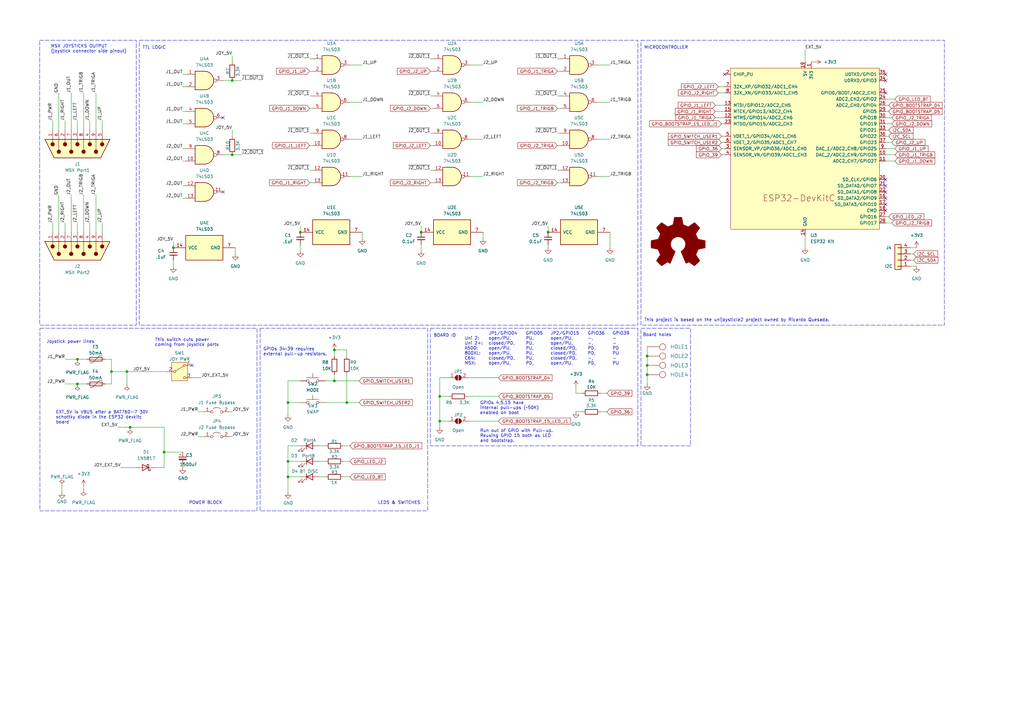
<source format=kicad_sch>
(kicad_sch (version 20230121) (generator eeschema)
  (paper "A3")
  (title_block (title "msx-joyblue: A Bluetooth controller adapter for MSX") (date "2024-02-23") (rev "v1 Build2b") (company "Albert Herranz"))
  (lib_symbols
    (symbol "74xx:74LS03" (pin_names (offset 1.016))
      (property "Reference" "U" (at 0 1.27 0))
      (property "Value" "74LS03" (at 0 -1.27 0))
      (symbol "74LS03_1_1"
        (pin input line (at -7.62 2.54 0) (length 3.81) (name "~") (number "1"))
        (pin input line (at -7.62 -2.54 0) (length 3.81) (name "~") (number "2"))
        (pin open_collector inverted (at 7.62 0 180) (length 3.81) (name "~") (number "3"))
      )
      (symbol "74LS03_1_2"
        (pin input inverted (at -7.62 2.54 0) (length 4.318) (name "~") (number "1"))
        (pin input inverted (at -7.62 -2.54 0) (length 4.318) (name "~") (number "2"))
        (pin open_collector line (at 7.62 0 180) (length 3.81) (name "~") (number "3"))
      )
      (symbol "74LS03_2_1"
        (pin input line (at -7.62 2.54 0) (length 3.81) (name "~") (number "4"))
        (pin input line (at -7.62 -2.54 0) (length 3.81) (name "~") (number "5"))
        (pin open_collector inverted (at 7.62 0 180) (length 3.81) (name "~") (number "6"))
      )
      (symbol "74LS03_2_2"
        (pin input inverted (at -7.62 2.54 0) (length 4.318) (name "~") (number "4"))
        (pin input inverted (at -7.62 -2.54 0) (length 4.318) (name "~") (number "5"))
        (pin open_collector line (at 7.62 0 180) (length 3.81) (name "~") (number "6"))
      )
      (symbol "74LS03_3_1"
        (pin input line (at -7.62 -2.54 0) (length 3.81) (name "~") (number "10"))
        (pin open_collector inverted (at 7.62 0 180) (length 3.81) (name "~") (number "8"))
        (pin input line (at -7.62 2.54 0) (length 3.81) (name "~") (number "9"))
      )
      (symbol "74LS03_3_2"
        (pin input inverted (at -7.62 -2.54 0) (length 4.318) (name "~") (number "10"))
        (pin open_collector line (at 7.62 0 180) (length 3.81) (name "~") (number "8"))
        (pin input inverted (at -7.62 2.54 0) (length 4.318) (name "~") (number "9"))
      )
      (symbol "74LS03_4_1"
        (pin open_collector inverted (at 7.62 0 180) (length 3.81) (name "~") (number "11"))
        (pin input line (at -7.62 2.54 0) (length 3.81) (name "~") (number "12"))
        (pin input line (at -7.62 -2.54 0) (length 3.81) (name "~") (number "13"))
      )
      (symbol "74LS03_4_2"
        (pin open_collector line (at 7.62 0 180) (length 3.81) (name "~") (number "11"))
        (pin input inverted (at -7.62 2.54 0) (length 4.318) (name "~") (number "12"))
        (pin input inverted (at -7.62 -2.54 0) (length 4.318) (name "~") (number "13"))
      )
      (symbol "74LS03_5_0"
        (pin power_in line (at 0 12.7 270) (length 5.08) (name "VCC") (number "14"))
        (pin power_in line (at 0 -12.7 90) (length 5.08) (name "GND") (number "7"))
      )
    )
    (symbol "Connector:DE9_Plug" (pin_names (offset 1.016) hide)
      (property "Reference" "J" (at 0 13.97 0))
      (property "Value" "DE9_Plug" (at 0 -14.605 0))
      (symbol "DE9_Plug_1_1"
        (pin passive line (at -7.62 -10.16 0) (length 3.81) (name "1") (number "1"))
        (pin passive line (at -7.62 -5.08 0) (length 3.81) (name "2") (number "2"))
        (pin passive line (at -7.62 0 0) (length 3.81) (name "3") (number "3"))
        (pin passive line (at -7.62 5.08 0) (length 3.81) (name "4") (number "4"))
        (pin passive line (at -7.62 10.16 0) (length 3.81) (name "5") (number "5"))
        (pin passive line (at -7.62 -7.62 0) (length 3.81) (name "6") (number "6"))
        (pin passive line (at -7.62 -2.54 0) (length 3.81) (name "7") (number "7"))
        (pin passive line (at -7.62 2.54 0) (length 3.81) (name "8") (number "8"))
        (pin passive line (at -7.62 7.62 0) (length 3.81) (name "9") (number "9"))
      )
    )
    (symbol "Connector_Generic:Conn_01x04" (pin_names (offset 1.016) hide)
      (property "Reference" "J" (at 0 5.08 0))
      (property "Value" "Conn_01x04" (at 0 -7.62 0))
      (symbol "Conn_01x04_1_1"
        (pin passive line (at -5.08 2.54 0) (length 3.81) (name "Pin_1") (number "1"))
        (pin passive line (at -5.08 0 0) (length 3.81) (name "Pin_2") (number "2"))
        (pin passive line (at -5.08 -2.54 0) (length 3.81) (name "Pin_3") (number "3"))
        (pin passive line (at -5.08 -5.08 0) (length 3.81) (name "Pin_4") (number "4"))
      )
    )
    (symbol "Device:C_Polarized_Small" (pin_numbers hide) (pin_names (offset 0.254) hide)
      (property "Reference" "C" (at 0.254 1.778 0))
      (property "Value" "C_Polarized_Small" (at 0.254 -2.032 0))
      (symbol "C_Polarized_Small_1_1"
        (pin passive line (at 0 2.54 270) (length 1.8542) (name "~") (number "1"))
        (pin passive line (at 0 -2.54 90) (length 1.8542) (name "~") (number "2"))
      )
    )
    (symbol "Device:C_Small" (pin_numbers hide) (pin_names (offset 0.254) hide)
      (property "Reference" "C" (at 0.254 1.778 0))
      (property "Value" "C_Small" (at 0.254 -2.032 0))
      (symbol "C_Small_1_1"
        (pin passive line (at 0 2.54 270) (length 2.032) (name "~") (number "1"))
        (pin passive line (at 0 -2.54 90) (length 2.032) (name "~") (number "2"))
      )
    )
    (symbol "Device:LED" (pin_numbers hide) (pin_names (offset 1.016) hide)
      (property "Reference" "D" (at 0 2.54 0))
      (property "Value" "LED" (at 0 -2.54 0))
      (symbol "LED_1_1"
        (pin passive line (at -3.81 0 0) (length 2.54) (name "K") (number "1"))
        (pin passive line (at 3.81 0 180) (length 2.54) (name "A") (number "2"))
      )
    )
    (symbol "Device:Polyfuse" (pin_numbers hide) (pin_names (offset 0))
      (property "Reference" "F" (at -2.54 0 90))
      (property "Value" "Polyfuse" (at 2.54 0 90))
      (symbol "Polyfuse_1_1"
        (pin passive line (at 0 3.81 270) (length 1.27) (name "~") (number "1"))
        (pin passive line (at 0 -3.81 90) (length 1.27) (name "~") (number "2"))
      )
    )
    (symbol "Device:R" (pin_numbers hide) (pin_names (offset 0))
      (property "Reference" "R" (at 2.032 0 90))
      (property "Value" "R" (at 0 0 90))
      (symbol "R_1_1"
        (pin passive line (at 0 3.81 270) (length 1.27) (name "~") (number "1"))
        (pin passive line (at 0 -3.81 90) (length 1.27) (name "~") (number "2"))
      )
    )
    (symbol "Diode:1N5817" (pin_numbers hide) (pin_names (offset 1.016) hide)
      (property "Reference" "D" (at 0 2.54 0))
      (property "Value" "1N5817" (at 0 -2.54 0))
      (symbol "1N5817_1_1"
        (pin passive line (at -3.81 0 0) (length 2.54) (name "K") (number "1"))
        (pin passive line (at 3.81 0 180) (length 2.54) (name "A") (number "2"))
      )
    )
    (symbol "Espressif:ESP32-DevKitC" (pin_names (offset 1.016))
      (property "Reference" "U" (at -30.48 38.1 0))
      (property "Value" "ESP32-DevKitC" (at -30.48 35.56 0))
      (symbol "ESP32-DevKitC_0_0"
        (text "ESP32-DevKitC" (at -2.54 -20.32 0) (effects (font (size 2.54 2.54))))
        (pin power_in line (at 0 -35.56 90) (length 2.54) (name "GND") (number "14"))
        (pin power_in line (at 0 35.56 270) (length 2.54) (name "5V") (number "19"))
      )
      (symbol "ESP32-DevKitC_1_1"
        (pin power_in line (at 2.54 35.56 270) (length 2.54) (name "3V3") (number "1"))
        (pin bidirectional line (at 33.02 -2.54 180) (length 2.54) (name "DAC_2/ADC2_CH9/GPIO26") (number "10"))
        (pin bidirectional line (at 33.02 -5.08 180) (length 2.54) (name "ADC2_CH7/GPIO27") (number "11"))
        (pin bidirectional line (at -33.02 12.7 0) (length 2.54) (name "MTMS/GPIO14/ADC2_CH6") (number "12"))
        (pin bidirectional line (at -33.02 17.78 0) (length 2.54) (name "MTDI/GPIO12/ADC2_CH5") (number "13"))
        (pin bidirectional line (at -33.02 15.24 0) (length 2.54) (name "MTCK/GPIO13/ADC2_CH4") (number "15"))
        (pin bidirectional line (at 33.02 -20.32 180) (length 2.54) (name "SD_DATA2/GPIO9") (number "16"))
        (pin bidirectional line (at 33.02 -22.86 180) (length 2.54) (name "SD_DATA3/GPIO10") (number "17"))
        (pin bidirectional line (at 33.02 -25.4 180) (length 2.54) (name "CMD") (number "18"))
        (pin input line (at -33.02 30.48 0) (length 2.54) (name "CHIP_PU") (number "2"))
        (pin bidirectional line (at 33.02 -12.7 180) (length 2.54) (name "SD_CLK/GPIO6") (number "20"))
        (pin bidirectional line (at 33.02 -15.24 180) (length 2.54) (name "SD_DATA0/GPIO7") (number "21"))
        (pin bidirectional line (at 33.02 -17.78 180) (length 2.54) (name "SD_DATA1/GPIO8") (number "22"))
        (pin bidirectional line (at -33.02 10.16 0) (length 2.54) (name "MTDO/GPIO15/ADC2_CH3") (number "23"))
        (pin bidirectional line (at 33.02 20.32 180) (length 2.54) (name "ADC2_CH2/GPIO2") (number "24"))
        (pin bidirectional line (at 33.02 22.86 180) (length 2.54) (name "GPIO0/BOOT/ADC2_CH1") (number "25"))
        (pin bidirectional line (at 33.02 17.78 180) (length 2.54) (name "ADC2_CH0/GPIO4") (number "26"))
        (pin bidirectional line (at 33.02 -27.94 180) (length 2.54) (name "GPIO16") (number "27"))
        (pin bidirectional line (at 33.02 -30.48 180) (length 2.54) (name "GPIO17") (number "28"))
        (pin bidirectional line (at 33.02 15.24 180) (length 2.54) (name "GPIO5") (number "29"))
        (pin input line (at -33.02 0 0) (length 2.54) (name "SENSOR_VP/GPIO36/ADC1_CH0") (number "3"))
        (pin bidirectional line (at 33.02 12.7 180) (length 2.54) (name "GPIO18") (number "30"))
        (pin bidirectional line (at 33.02 10.16 180) (length 2.54) (name "GPIO19") (number "31"))
        (pin passive line (at 0 -35.56 90) (length 2.54) hide (name "GND") (number "32"))
        (pin bidirectional line (at 33.02 7.62 180) (length 2.54) (name "GPIO21") (number "33"))
        (pin bidirectional line (at 33.02 27.94 180) (length 2.54) (name "U0RXD/GPIO3") (number "34"))
        (pin bidirectional line (at 33.02 30.48 180) (length 2.54) (name "U0TXD/GPIO1") (number "35"))
        (pin bidirectional line (at 33.02 5.08 180) (length 2.54) (name "GPIO22") (number "36"))
        (pin bidirectional line (at 33.02 2.54 180) (length 2.54) (name "GPIO23") (number "37"))
        (pin passive line (at 0 -35.56 90) (length 2.54) hide (name "GND") (number "38"))
        (pin input line (at -33.02 -2.54 0) (length 2.54) (name "SENSOR_VN/GPIO39/ADC1_CH3") (number "4"))
        (pin input line (at -33.02 5.08 0) (length 2.54) (name "VDET_1/GPIO34/ADC1_CH6") (number "5"))
        (pin input line (at -33.02 2.54 0) (length 2.54) (name "VDET_2/GPIO35/ADC1_CH7") (number "6"))
        (pin bidirectional line (at -33.02 25.4 0) (length 2.54) (name "32K_XP/GPIO32/ADC1_CH4") (number "7"))
        (pin bidirectional line (at -33.02 22.86 0) (length 2.54) (name "32K_XN/GPIO33/ADC1_CH5") (number "8"))
        (pin bidirectional line (at 33.02 0 180) (length 2.54) (name "DAC_1/ADC2_CH8/GPIO25") (number "9"))
      )
    )
    (symbol "Graphic:Logo_Open_Hardware_Large" (in_bom no) (on_board no))
    (symbol "Jumper:Jumper_2_Open" (pin_names (offset 0) hide)
      (property "Reference" "JP" (at 0 2.794 0))
      (property "Value" "Jumper_2_Open" (at 0 -2.286 0))
      (symbol "Jumper_2_Open_1_1"
        (pin passive line (at -5.08 0 0) (length 2.54) (name "A") (number "1"))
        (pin passive line (at 5.08 0 180) (length 2.54) (name "B") (number "2"))
      )
    )
    (symbol "Jumper:SolderJumper_2_Open" (pin_names (offset 0) hide)
      (property "Reference" "JP" (at 0 2.032 0))
      (property "Value" "SolderJumper_2_Open" (at 0 -2.54 0))
      (symbol "SolderJumper_2_Open_1_1"
        (pin passive line (at -3.81 0 0) (length 2.54) (name "A") (number "1"))
        (pin passive line (at 3.81 0 180) (length 2.54) (name "B") (number "2"))
      )
    )
    (symbol "Switch:SW_Push" (pin_numbers hide) (pin_names (offset 1.016) hide)
      (property "Reference" "SW" (at 1.27 2.54 0))
      (property "Value" "SW_Push" (at 0 -1.524 0))
      (symbol "SW_Push_0_1"
        (pin passive line (at -5.08 0 0) (length 2.54) (name "1") (number "1"))
        (pin passive line (at 5.08 0 180) (length 2.54) (name "2") (number "2"))
      )
    )
    (symbol "Switch:SW_SPDT" (pin_names (offset 0) hide)
      (property "Reference" "SW" (at 0 5.08 0))
      (property "Value" "SW_SPDT" (at 0 -5.08 0))
      (symbol "SW_SPDT_1_1"
        (pin passive line (at 5.08 2.54 180) (length 2.54) (name "A") (number "1"))
        (pin passive line (at -5.08 0 0) (length 2.54) (name "B") (number "2"))
        (pin passive line (at 5.08 -2.54 180) (length 2.54) (name "C") (number "3"))
      )
    )
    (symbol "my_components:HOLE" (pin_numbers hide) (pin_names (offset 1.016) hide)
      (property "Reference" "HOLE" (at 2.54 0 0))
      (symbol "HOLE_1_1"
        (pin input line (at -6.35 0 0) (length 5.08) (name "~") (number "1"))
      )
    )
    (symbol "power:+3V3" (power) (pin_names (offset 0))
      (property "Value" "+3V3" (at 0 3.556 0))
      (symbol "+3V3_1_1"
        (pin power_in line (at 0 0 90) (length 0) hide (name "+3V3") (number "1"))
      )
    )
    (symbol "power:GND" (power) (pin_names (offset 0))
      (property "Value" "GND" (at 0 -3.81 0))
      (symbol "GND_1_1"
        (pin power_in line (at 0 0 270) (length 0) hide (name "GND") (number "1"))
      )
    )
    (symbol "power:PWR_FLAG" (power) (pin_numbers hide) (pin_names (offset 0) hide)
      (property "Value" "PWR_FLAG" (at 0 3.81 0))
      (symbol "PWR_FLAG_0_0"
        (pin power_out line (at 0 0 90) (length 0) (name "pwr") (number "1"))
      )
    )
  )
  (junction (at 31.75 157.48))
  (junction (at 180.34 172.72))
  (junction (at 137.16 156.21))
  (junction (at 53.34 175.26))
  (junction (at 123.19 95.25))
  (junction (at 71.12 101.6))
  (junction (at 95.25 63.5))
  (junction (at 137.16 143.51))
  (junction (at 52.07 152.4))
  (junction (at 265.43 146.05))
  (junction (at 180.34 162.56))
  (junction (at 31.75 147.32))
  (junction (at 118.11 189.23))
  (junction (at 265.43 149.86))
  (junction (at 45.72 152.4))
  (junction (at 172.72 95.25))
  (junction (at 95.25 33.02))
  (junction (at 142.24 165.1))
  (junction (at 224.79 95.25))
  (junction (at 265.43 153.67))
  (junction (at 67.31 185.42))
  (junction (at 118.11 165.1))
  (junction (at 118.11 195.58))
  (no_connect (at 363.22 73.66))
  (no_connect (at 78.74 149.86))
  (no_connect (at 363.22 38.1))
  (no_connect (at 363.22 81.28))
  (no_connect (at 363.22 86.36))
  (no_connect (at 363.22 30.48))
  (no_connect (at 363.22 78.74))
  (no_connect (at 91.44 78.74))
  (no_connect (at 297.18 30.48))
  (no_connect (at 363.22 33.02))
  (no_connect (at 91.44 48.26))
  (no_connect (at 363.22 76.2))
  (no_connect (at 363.22 83.82))
  (wire (pts (xy 228.6 39.37) (xy 229.87 39.37)))
  (wire (pts (xy 295.91 55.88) (xy 297.18 55.88)))
  (wire (pts (xy 130.81 182.88) (xy 133.35 182.88)))
  (wire (pts (xy 193.04 72.39) (xy 198.12 72.39)))
  (wire (pts (xy 193.04 57.15) (xy 198.12 57.15)))
  (wire (pts (xy 31.75 147.32) (xy 35.56 147.32)))
  (wire (pts (xy 43.18 157.48) (xy 45.72 157.48)))
  (wire (pts (xy 176.53 39.37) (xy 177.8 39.37)))
  (wire (pts (xy 36.83 91.44) (xy 36.83 95.25)))
  (wire (pts (xy 95.25 22.86) (xy 95.25 25.4)))
  (wire (pts (xy 365.76 48.26) (xy 363.22 48.26)))
  (wire (pts (xy 367.03 40.64) (xy 363.22 40.64)))
  (wire (pts (xy 24.13 38.1) (xy 24.13 53.34)))
  (wire (pts (xy 364.49 55.88) (xy 363.22 55.88)))
  (wire (pts (xy 245.11 57.15) (xy 250.19 57.15)))
  (wire (pts (xy 177.8 74.93) (xy 176.53 74.93)))
  (wire (pts (xy 365.76 58.42) (xy 363.22 58.42)))
  (wire (pts (xy 367.03 60.96) (xy 363.22 60.96)))
  (wire (pts (xy 176.53 24.13) (xy 177.8 24.13)))
  (wire (pts (xy 45.72 152.4) (xy 45.72 157.48)))
  (wire (pts (xy 137.16 143.51) (xy 142.24 143.51)))
  (wire (pts (xy 137.16 146.05) (xy 137.16 143.51)))
  (wire (pts (xy 74.93 30.48) (xy 76.2 30.48)))
  (wire (pts (xy 127 39.37) (xy 128.27 39.37)))
  (wire (pts (xy 236.22 158.75) (xy 236.22 161.29)))
  (wire (pts (xy 294.64 38.1) (xy 297.18 38.1)))
  (wire (pts (xy 367.03 63.5) (xy 363.22 63.5)))
  (wire (pts (xy 246.38 161.29) (xy 248.92 161.29)))
  (wire (pts (xy 265.43 142.24) (xy 265.43 146.05)))
  (wire (pts (xy 76.2 81.28) (xy 74.93 81.28)))
  (wire (pts (xy 74.93 45.72) (xy 76.2 45.72)))
  (wire (pts (xy 176.53 69.85) (xy 177.8 69.85)))
  (wire (pts (xy 118.11 182.88) (xy 118.11 189.23)))
  (wire (pts (xy 365.76 50.8) (xy 363.22 50.8)))
  (wire (pts (xy 228.6 44.45) (xy 229.87 44.45)))
  (wire (pts (xy 229.87 59.69) (xy 228.6 59.69)))
  (wire (pts (xy 294.64 35.56) (xy 297.18 35.56)))
  (wire (pts (xy 26.67 147.32) (xy 31.75 147.32)))
  (wire (pts (xy 133.35 156.21) (xy 137.16 156.21)))
  (wire (pts (xy 228.6 69.85) (xy 229.87 69.85)))
  (wire (pts (xy 198.12 95.25) (xy 198.12 97.79)))
  (wire (pts (xy 31.75 91.44) (xy 31.75 95.25)))
  (wire (pts (xy 295.91 50.8) (xy 297.18 50.8)))
  (wire (pts (xy 67.31 175.26) (xy 53.34 175.26)))
  (wire (pts (xy 127 54.61) (xy 128.27 54.61)))
  (wire (pts (xy 250.19 72.39) (xy 245.11 72.39)))
  (wire (pts (xy 364.49 45.72) (xy 363.22 45.72)))
  (wire (pts (xy 180.34 172.72) (xy 180.34 175.26)))
  (wire (pts (xy 177.8 29.21) (xy 176.53 29.21)))
  (wire (pts (xy 29.21 80.01) (xy 29.21 95.25)))
  (wire (pts (xy 334.01 25.4) (xy 332.74 25.4)))
  (wire (pts (xy 142.24 165.1) (xy 147.32 165.1)))
  (wire (pts (xy 364.49 43.18) (xy 363.22 43.18)))
  (wire (pts (xy 193.04 26.67) (xy 198.12 26.67)))
  (wire (pts (xy 142.24 153.67) (xy 142.24 165.1)))
  (wire (pts (xy 21.59 49.53) (xy 21.59 53.34)))
  (wire (pts (xy 191.77 172.72) (xy 204.47 172.72)))
  (wire (pts (xy 76.2 66.04) (xy 74.93 66.04)))
  (wire (pts (xy 91.44 63.5) (xy 95.25 63.5)))
  (wire (pts (xy 123.19 95.25) (xy 123.19 92.71)))
  (wire (pts (xy 250.19 41.91) (xy 245.11 41.91)))
  (wire (pts (xy 375.92 101.6) (xy 373.38 101.6)))
  (wire (pts (xy 374.65 106.68) (xy 373.38 106.68)))
  (wire (pts (xy 55.88 191.77) (xy 49.53 191.77)))
  (wire (pts (xy 34.29 38.1) (xy 34.29 53.34)))
  (wire (pts (xy 127 24.13) (xy 128.27 24.13)))
  (wire (pts (xy 31.75 157.48) (xy 35.56 157.48)))
  (wire (pts (xy 26.67 157.48) (xy 31.75 157.48)))
  (wire (pts (xy 140.97 182.88) (xy 143.51 182.88)))
  (wire (pts (xy 228.6 54.61) (xy 229.87 54.61)))
  (wire (pts (xy 91.44 33.02) (xy 95.25 33.02)))
  (wire (pts (xy 330.2 96.52) (xy 330.2 101.6)))
  (wire (pts (xy 374.65 104.14) (xy 373.38 104.14)))
  (wire (pts (xy 52.07 157.48) (xy 52.07 152.4)))
  (wire (pts (xy 118.11 165.1) (xy 118.11 170.18)))
  (wire (pts (xy 177.8 44.45) (xy 176.53 44.45)))
  (wire (pts (xy 128.27 29.21) (xy 127 29.21)))
  (wire (pts (xy 128.27 59.69) (xy 127 59.69)))
  (wire (pts (xy 118.11 195.58) (xy 118.11 201.93)))
  (wire (pts (xy 293.37 45.72) (xy 297.18 45.72)))
  (wire (pts (xy 184.15 154.94) (xy 180.34 154.94)))
  (wire (pts (xy 295.91 58.42) (xy 297.18 58.42)))
  (wire (pts (xy 76.2 50.8) (xy 74.93 50.8)))
  (wire (pts (xy 193.04 41.91) (xy 198.12 41.91)))
  (wire (pts (xy 128.27 74.93) (xy 127 74.93)))
  (wire (pts (xy 45.72 147.32) (xy 45.72 152.4)))
  (wire (pts (xy 25.4 199.39) (xy 25.4 201.93)))
  (wire (pts (xy 74.93 60.96) (xy 76.2 60.96)))
  (wire (pts (xy 246.38 168.91) (xy 248.92 168.91)))
  (wire (pts (xy 81.28 168.91) (xy 83.82 168.91)))
  (wire (pts (xy 118.11 165.1) (xy 123.19 165.1)))
  (wire (pts (xy 204.47 162.56) (xy 191.77 162.56)))
  (wire (pts (xy 250.19 101.6) (xy 250.19 95.25)))
  (wire (pts (xy 172.72 95.25) (xy 172.72 92.71)))
  (wire (pts (xy 130.81 189.23) (xy 133.35 189.23)))
  (wire (pts (xy 176.53 54.61) (xy 177.8 54.61)))
  (wire (pts (xy 39.37 80.01) (xy 39.37 95.25)))
  (wire (pts (xy 365.76 91.44) (xy 363.22 91.44)))
  (wire (pts (xy 295.91 60.96) (xy 297.18 60.96)))
  (wire (pts (xy 140.97 195.58) (xy 143.51 195.58)))
  (wire (pts (xy 118.11 195.58) (xy 123.19 195.58)))
  (wire (pts (xy 127 69.85) (xy 128.27 69.85)))
  (wire (pts (xy 82.55 154.94) (xy 78.74 154.94)))
  (wire (pts (xy 118.11 189.23) (xy 118.11 195.58)))
  (wire (pts (xy 293.37 48.26) (xy 297.18 48.26)))
  (wire (pts (xy 142.24 143.51) (xy 142.24 146.05)))
  (wire (pts (xy 364.49 53.34) (xy 363.22 53.34)))
  (wire (pts (xy 133.35 165.1) (xy 142.24 165.1)))
  (wire (pts (xy 128.27 44.45) (xy 127 44.45)))
  (wire (pts (xy 177.8 59.69) (xy 176.53 59.69)))
  (wire (pts (xy 184.15 172.72) (xy 180.34 172.72)))
  (wire (pts (xy 265.43 153.67) (xy 265.43 157.48)))
  (wire (pts (xy 130.81 195.58) (xy 133.35 195.58)))
  (wire (pts (xy 123.19 100.33) (xy 123.19 102.87)))
  (wire (pts (xy 67.31 185.42) (xy 74.93 185.42)))
  (wire (pts (xy 95.25 53.34) (xy 95.25 55.88)))
  (wire (pts (xy 76.2 35.56) (xy 74.93 35.56)))
  (wire (pts (xy 81.28 179.07) (xy 83.82 179.07)))
  (wire (pts (xy 172.72 100.33) (xy 172.72 102.87)))
  (wire (pts (xy 34.29 199.39) (xy 34.29 200.66)))
  (wire (pts (xy 367.03 66.04) (xy 363.22 66.04)))
  (wire (pts (xy 224.79 92.71) (xy 224.79 95.25)))
  (wire (pts (xy 143.51 57.15) (xy 148.59 57.15)))
  (wire (pts (xy 123.19 182.88) (xy 118.11 182.88)))
  (wire (pts (xy 140.97 189.23) (xy 143.51 189.23)))
  (wire (pts (xy 45.72 152.4) (xy 52.07 152.4)))
  (wire (pts (xy 26.67 49.53) (xy 26.67 53.34)))
  (wire (pts (xy 137.16 156.21) (xy 147.32 156.21)))
  (wire (pts (xy 143.51 72.39) (xy 148.59 72.39)))
  (wire (pts (xy 41.91 49.53) (xy 41.91 53.34)))
  (wire (pts (xy 364.49 88.9) (xy 363.22 88.9)))
  (wire (pts (xy 93.98 168.91) (xy 95.25 168.91)))
  (wire (pts (xy 31.75 49.53) (xy 31.75 53.34)))
  (wire (pts (xy 229.87 29.21) (xy 228.6 29.21)))
  (wire (pts (xy 123.19 189.23) (xy 118.11 189.23)))
  (wire (pts (xy 95.25 33.02) (xy 99.06 33.02)))
  (wire (pts (xy 191.77 154.94) (xy 204.47 154.94)))
  (wire (pts (xy 67.31 185.42) (xy 67.31 191.77)))
  (wire (pts (xy 180.34 162.56) (xy 184.15 162.56)))
  (wire (pts (xy 330.2 20.32) (xy 330.2 25.4)))
  (wire (pts (xy 143.51 41.91) (xy 148.59 41.91)))
  (wire (pts (xy 67.31 191.77) (xy 63.5 191.77)))
  (wire (pts (xy 45.72 147.32) (xy 43.18 147.32)))
  (wire (pts (xy 26.67 91.44) (xy 26.67 95.25)))
  (wire (pts (xy 148.59 95.25) (xy 148.59 97.79)))
  (wire (pts (xy 74.93 190.5) (xy 74.93 191.77)))
  (wire (pts (xy 95.25 63.5) (xy 99.06 63.5)))
  (wire (pts (xy 39.37 38.1) (xy 39.37 53.34)))
  (wire (pts (xy 143.51 26.67) (xy 148.59 26.67)))
  (wire (pts (xy 36.83 49.53) (xy 36.83 53.34)))
  (wire (pts (xy 180.34 162.56) (xy 180.34 172.72)))
  (wire (pts (xy 224.79 101.6) (xy 224.79 100.33)))
  (wire (pts (xy 21.59 91.44) (xy 21.59 95.25)))
  (wire (pts (xy 293.37 43.18) (xy 297.18 43.18)))
  (wire (pts (xy 71.12 106.68) (xy 71.12 109.22)))
  (wire (pts (xy 118.11 156.21) (xy 118.11 165.1)))
  (wire (pts (xy 236.22 168.91) (xy 238.76 168.91)))
  (wire (pts (xy 265.43 146.05) (xy 265.43 149.86)))
  (wire (pts (xy 265.43 149.86) (xy 265.43 153.67)))
  (wire (pts (xy 24.13 80.01) (xy 24.13 95.25)))
  (wire (pts (xy 71.12 101.6) (xy 71.12 99.06)))
  (wire (pts (xy 118.11 156.21) (xy 123.19 156.21)))
  (wire (pts (xy 245.11 26.67) (xy 250.19 26.67)))
  (wire (pts (xy 236.22 161.29) (xy 238.76 161.29)))
  (wire (pts (xy 34.29 80.01) (xy 34.29 95.25)))
  (wire (pts (xy 228.6 74.93) (xy 229.87 74.93)))
  (wire (pts (xy 52.07 152.4) (xy 68.58 152.4)))
  (wire (pts (xy 53.34 175.26) (xy 48.26 175.26)))
  (wire (pts (xy 41.91 91.44) (xy 41.91 95.25)))
  (wire (pts (xy 137.16 153.67) (xy 137.16 156.21)))
  (wire (pts (xy 67.31 175.26) (xy 67.31 185.42)))
  (wire (pts (xy 373.38 109.22) (xy 375.92 109.22)))
  (wire (pts (xy 295.91 63.5) (xy 297.18 63.5)))
  (wire (pts (xy 96.52 101.6) (xy 96.52 104.14)))
  (wire (pts (xy 228.6 24.13) (xy 229.87 24.13)))
  (wire (pts (xy 29.21 38.1) (xy 29.21 53.34)))
  (wire (pts (xy 180.34 154.94) (xy 180.34 162.56)))
  (wire (pts (xy 93.98 179.07) (xy 95.25 179.07)))
  (wire (pts (xy 74.93 76.2) (xy 76.2 76.2)))
  (rectangle (start 106.68 134.62) (end 175.387 209.55) (stroke (width 0) (type dash)))
  (rectangle (start 262.89 16.51) (end 387.35 133.35) (stroke (width 0) (type dash)))
  (rectangle (start 57.15 16.51) (end 261.62 133.35) (stroke (width 0) (type dash)))
  (rectangle (start 262.89 134.62) (end 283.21 182.88) (stroke (width 0) (type dash)))
  (rectangle (start 16.256 16.51) (end 55.88 133.35) (stroke (width 0) (type dash)))
  (rectangle (start 176.53 134.62) (end 261.62 182.88) (stroke (width 0) (type dash)))
  (rectangle (start 16.383 134.62) (end 105.41 209.55) (stroke (width 0) (type dash)))
  (text "LEDS & SWITCHES" (at 154.94 207.01 0) (effects (font (size 1.27 1.27)) (justify left bottom)))
  (text "		JP1/GPIO04	GPIO05	JP2/GPIO15	GPIO36	GPIO39\nUni 2:	open/PU,	PU,		open/PU,	-,		-\nUni 2+:	closed/PD,	PU,		open/PU,	-,		-\nA500:	open/PU,	PU,		closed/PD,	PD,		PD\n800XL:	open/PU,	PU,		closed/PD,	PD,		PU\nC64:	closed/PD,	PU,		closed/PD,	-,		-\nMSX:	open/PU,	PD,		open/PU,	PD,		PU" (at 190.5 149.86 0) (effects (font (size 1.27 1.27)) (justify left bottom)))
  (text "MSX JOYSTICKS OUTPUT\n(joystick connector side pinout)" (at 20.828 21.844 0) (effects (font (size 1.27 1.27)) (justify left bottom)))
  (text "POWER BLOCK" (at 77.47 207.01 0) (effects (font (size 1.27 1.27)) (justify left bottom)))
  (text "Joystick power lines" (at 19.05 140.97 0) (effects (font (size 1.27 1.27)) (justify left bottom)))
  (text "This switch cuts power\ncoming from joystick ports" (at 63.5 142.24 0) (effects (font (size 1.27 1.27)) (justify left bottom)))
  (text "GPIOs 34~39 requires\nexternal pull-up resistors." (at 107.95 146.05 0) (effects (font (size 1.27 1.27)) (justify left bottom)))
  (text "Run out of GPIO with Pull-up.\nReusing GPIO 15 both as LED\nand bootstrap." (at 196.85 181.61 0) (effects (font (size 1.27 1.27)) (justify left bottom)))
  (text "TTL LOGIC\n" (at 58.42 20.32 0) (effects (font (size 1.27 1.27)) (justify left bottom)))
  (text "GPIOs 4,5,15 have\ninternal pull-ups (~50K)\nenabled on boot" (at 196.85 170.18 0) (effects (font (size 1.27 1.27)) (justify left bottom)))
  (text "Board holes" (at 263.652 138.176 0) (effects (font (size 1.27 1.27)) (justify left bottom)))
  (text "MICROCONTROLLER" (at 264.16 20.32 0) (effects (font (size 1.27 1.27)) (justify left bottom)))
  (text "EXT_5V is VBUS after a BAT760-7 30V\nschottky diode in the ESP32 devkitc\nboard" (at 22.86 173.99 0) (effects (font (size 1.27 1.27)) (justify left bottom)))
  (text "This project is based on the unijoysticle2 project owned by Ricardo Quesada." (at 264.16 132.08 0) (effects (font (size 1.27 1.27)) (justify left bottom)))
  (text "BOARD ID" (at 177.8 138.43 0) (effects (font (size 1.27 1.27)) (justify left bottom)))
  (label "J2_LEFT" (at 198.12 57.15 0))
  (label "EXT_5V" (at 330.2 20.32 0))
  (label "J2_TRIGA" (at 39.37 80.01 90))
  (label "EXT_5V" (at 48.26 175.26 180))
  (label "~{J1_OUT_1}" (at 127 69.85 180))
  (label "J2_RIGHT" (at 26.67 91.44 90))
  (label "JOY_5V" (at 172.72 92.71 180))
  (label "J1_DOWN" (at 36.83 49.53 90))
  (label "J2_TRIGB" (at 34.29 80.01 90))
  (label "J1_UP" (at 148.59 26.67 0))
  (label "J2_UP" (at 198.12 26.67 0))
  (label "J2_TRIGB" (at 250.19 72.39 0))
  (label "J1_DOWN" (at 148.59 41.91 0))
  (label "J2_DOWN" (at 198.12 41.91 0))
  (label "J2_DOWN" (at 36.83 91.44 90))
  (label "~{J1_OUT_1}" (at 127 24.13 180))
  (label "JOY_5V" (at 71.12 99.06 180))
  (label "J1_LEFT" (at 148.59 57.15 0))
  (label "JOY_5V" (at 95.25 168.91 0))
  (label "J2_TRIGA" (at 250.19 57.15 0))
  (label "~{J2_OUT_1}" (at 176.53 54.61 180))
  (label "J2_RIGHT" (at 198.12 72.39 0))
  (label "J1_PWR" (at 81.28 168.91 180))
  (label "JOY_5V" (at 95.25 22.86 180))
  (label "JOY_5V" (at 95.25 179.07 0))
  (label "J1_UP" (at 41.91 49.53 90))
  (label "J2_OUT" (at 74.93 66.04 180))
  (label "J1_PWR" (at 21.59 49.53 90))
  (label "J1_OUT" (at 74.93 30.48 180))
  (label "JOY_5V" (at 224.79 92.71 180))
  (label "J2_OUT" (at 74.93 81.28 180))
  (label "J1_OUT" (at 74.93 50.8 180))
  (label "J2_PWR" (at 26.67 157.48 180))
  (label "J2_PWR" (at 21.59 91.44 90))
  (label "~{J1_OUT_1}" (at 99.06 33.02 0))
  (label "~{J2_OUT_1}" (at 176.53 24.13 180))
  (label "J1_OUT" (at 74.93 45.72 180))
  (label "~{J1_OUT_1}" (at 127 54.61 180))
  (label "J2_UP" (at 41.91 91.44 90))
  (label "~{J2_OUT_1}" (at 228.6 54.61 180))
  (label "J2_PWR" (at 81.28 179.07 180))
  (label "~{J1_OUT_1}" (at 127 39.37 180))
  (label "J1_LEFT" (at 31.75 49.53 90))
  (label "J2_LEFT" (at 31.75 91.44 90))
  (label "JOY_EXT_5V" (at 49.53 191.77 180))
  (label "J1_RIGHT" (at 148.59 72.39 0))
  (label "~{J2_OUT_1}" (at 176.53 69.85 180))
  (label "JOY_5V" (at 54.61 152.4 0))
  (label "JOY_5V" (at 123.19 92.71 180))
  (label "JOY_EXT_5V" (at 82.55 154.94 0))
  (label "~{J1_OUT_1}" (at 228.6 24.13 180))
  (label "J2_OUT" (at 29.21 80.01 90))
  (label "J1_TRIGA" (at 39.37 38.1 90))
  (label "GND" (at 24.13 38.1 90))
  (label "J1_OUT" (at 74.93 35.56 180))
  (label "J2_OUT" (at 74.93 60.96 180))
  (label "GND" (at 24.13 80.01 90))
  (label "J1_RIGHT" (at 26.67 49.53 90))
  (label "J1_TRIGB" (at 250.19 41.91 0))
  (label "J1_TRIGB" (at 34.29 38.1 90))
  (label "J1_OUT" (at 29.21 38.1 90))
  (label "~{J2_OUT_1}" (at 99.06 63.5 0))
  (label "J1_PWR" (at 26.67 147.32 180))
  (label "~{J2_OUT_1}" (at 228.6 69.85 180))
  (label "JOY_5V" (at 95.25 53.34 180))
  (label "~{J2_OUT_1}" (at 176.53 39.37 180))
  (label "J2_OUT" (at 74.93 76.2 180))
  (label "J1_TRIGA" (at 250.19 26.67 0))
  (label "~{J1_OUT_1}" (at 228.6 39.37 180))
  (global_label "GPIO_BOOTSTRAP_15_LED_J1" (shape input) (at 143.51 182.88 0) (property "Intersheetrefs" "${INTERSHEET_REFS}" (effects hide)))
  (global_label "GPIO_J2_UP" (shape input) (at 176.53 29.21 180) (property "Intersheetrefs" "${INTERSHEET_REFS}" (effects hide)))
  (global_label "GPIO_J1_UP" (shape input) (at 367.03 60.96 0) (property "Intersheetrefs" "${INTERSHEET_REFS}" (effects hide)))
  (global_label "GPIO_J2_LEFT" (shape input) (at 294.64 35.56 180) (property "Intersheetrefs" "${INTERSHEET_REFS}" (effects hide)))
  (global_label "GPIO_J1_DOWN" (shape input) (at 367.03 66.04 0) (property "Intersheetrefs" "${INTERSHEET_REFS}" (effects hide)))
  (global_label "GPIO_J1_UP" (shape input) (at 127 29.21 180) (property "Intersheetrefs" "${INTERSHEET_REFS}" (effects hide)))
  (global_label "GPIO_J1_DOWN" (shape input) (at 127 44.45 180) (property "Intersheetrefs" "${INTERSHEET_REFS}" (effects hide)))
  (global_label "GPIO_J1_LEFT" (shape input) (at 127 59.69 180) (property "Intersheetrefs" "${INTERSHEET_REFS}" (effects hide)))
  (global_label "I2C_SCL" (shape input) (at 374.65 104.14 0) (property "Intersheetrefs" "${INTERSHEET_REFS}" (effects hide)))
  (global_label "GPIO_LED_J2" (shape input) (at 364.49 88.9 0) (property "Intersheetrefs" "${INTERSHEET_REFS}" (effects hide)))
  (global_label "GPIO_J1_TRIGB" (shape input) (at 367.03 63.5 0) (property "Intersheetrefs" "${INTERSHEET_REFS}" (effects hide)))
  (global_label "I2C_SCL" (shape input) (at 364.49 55.88 0) (property "Intersheetrefs" "${INTERSHEET_REFS}" (effects hide)))
  (global_label "I2C_SDA" (shape input) (at 364.49 53.34 0) (property "Intersheetrefs" "${INTERSHEET_REFS}" (effects hide)))
  (global_label "GPIO_BOOTSTRAP_05" (shape input) (at 204.47 162.56 0) (property "Intersheetrefs" "${INTERSHEET_REFS}" (effects hide)))
  (global_label "GPIO_J2_UP" (shape input) (at 365.76 58.42 0) (property "Intersheetrefs" "${INTERSHEET_REFS}" (effects hide)))
  (global_label "GPIO_SWITCH_USER1" (shape input) (at 295.91 55.88 180) (property "Intersheetrefs" "${INTERSHEET_REFS}" (effects hide)))
  (global_label "GPIO_J2_RIGHT" (shape input) (at 176.53 74.93 180) (property "Intersheetrefs" "${INTERSHEET_REFS}" (effects hide)))
  (global_label "GPIO_SWITCH_USER2" (shape input) (at 147.32 165.1 0) (property "Intersheetrefs" "${INTERSHEET_REFS}" (effects hide)))
  (global_label "GPIO_J2_TRIGA" (shape input) (at 228.6 59.69 180) (property "Intersheetrefs" "${INTERSHEET_REFS}" (effects hide)))
  (global_label "GPIO_36" (shape input) (at 248.92 168.91 0) (property "Intersheetrefs" "${INTERSHEET_REFS}" (effects hide)))
  (global_label "GPIO_39" (shape input) (at 295.91 63.5 180) (property "Intersheetrefs" "${INTERSHEET_REFS}" (effects hide)))
  (global_label "GPIO_36" (shape input) (at 295.91 60.96 180) (property "Intersheetrefs" "${INTERSHEET_REFS}" (effects hide)))
  (global_label "GPIO_J1_RIGHT" (shape input) (at 293.37 45.72 180) (property "Intersheetrefs" "${INTERSHEET_REFS}" (effects hide)))
  (global_label "GPIO_BOOTSTRAP_05" (shape input) (at 364.49 45.72 0) (property "Intersheetrefs" "${INTERSHEET_REFS}" (effects hide)))
  (global_label "GPIO_LED_BT" (shape input) (at 143.51 195.58 0) (property "Intersheetrefs" "${INTERSHEET_REFS}" (effects hide)))
  (global_label "GPIO_J2_TRIGA" (shape input) (at 365.76 48.26 0) (property "Intersheetrefs" "${INTERSHEET_REFS}" (effects hide)))
  (global_label "GPIO_J1_TRIGA" (shape input) (at 293.37 48.26 180) (property "Intersheetrefs" "${INTERSHEET_REFS}" (effects hide)))
  (global_label "GPIO_LED_BT" (shape input) (at 367.03 40.64 0) (property "Intersheetrefs" "${INTERSHEET_REFS}" (effects hide)))
  (global_label "GPIO_J1_RIGHT" (shape input) (at 127 74.93 180) (property "Intersheetrefs" "${INTERSHEET_REFS}" (effects hide)))
  (global_label "GPIO_BOOTSTRAP_15_LED_J1" (shape input) (at 295.91 50.8 180) (property "Intersheetrefs" "${INTERSHEET_REFS}" (effects hide)))
  (global_label "GPIO_J2_DOWN" (shape input) (at 176.53 44.45 180) (property "Intersheetrefs" "${INTERSHEET_REFS}" (effects hide)))
  (global_label "GPIO_39" (shape input) (at 248.92 161.29 0) (property "Intersheetrefs" "${INTERSHEET_REFS}" (effects hide)))
  (global_label "GPIO_J1_TRIGB" (shape input) (at 228.6 44.45 180) (property "Intersheetrefs" "${INTERSHEET_REFS}" (effects hide)))
  (global_label "GPIO_BOOTSTRAP_04" (shape input) (at 364.49 43.18 0) (property "Intersheetrefs" "${INTERSHEET_REFS}" (effects hide)))
  (global_label "GPIO_LED_J2" (shape input) (at 143.51 189.23 0) (property "Intersheetrefs" "${INTERSHEET_REFS}" (effects hide)))
  (global_label "I2C_SDA" (shape input) (at 374.65 106.68 0) (property "Intersheetrefs" "${INTERSHEET_REFS}" (effects hide)))
  (global_label "GPIO_J2_LEFT" (shape input) (at 176.53 59.69 180) (property "Intersheetrefs" "${INTERSHEET_REFS}" (effects hide)))
  (global_label "GPIO_BOOTSTRAP_04" (shape input) (at 204.47 154.94 0) (property "Intersheetrefs" "${INTERSHEET_REFS}" (effects hide)))
  (global_label "GPIO_BOOTSTRAP_15_LED_J1" (shape input) (at 204.47 172.72 0) (property "Intersheetrefs" "${INTERSHEET_REFS}" (effects hide)))
  (global_label "GPIO_SWITCH_USER1" (shape input) (at 147.32 156.21 0) (property "Intersheetrefs" "${INTERSHEET_REFS}" (effects hide)))
  (global_label "GPIO_SWITCH_USER2" (shape input) (at 295.91 58.42 180) (property "Intersheetrefs" "${INTERSHEET_REFS}" (effects hide)))
  (global_label "GPIO_J2_TRIGB" (shape input) (at 365.76 91.44 0) (property "Intersheetrefs" "${INTERSHEET_REFS}" (effects hide)))
  (global_label "GPIO_J2_TRIGB" (shape input) (at 228.6 74.93 180) (property "Intersheetrefs" "${INTERSHEET_REFS}" (effects hide)))
  (global_label "GPIO_J2_DOWN" (shape input) (at 365.76 50.8 0) (property "Intersheetrefs" "${INTERSHEET_REFS}" (effects hide)))
  (global_label "GPIO_J1_TRIGA" (shape input) (at 228.6 29.21 180) (property "Intersheetrefs" "${INTERSHEET_REFS}" (effects hide)))
  (global_label "GPIO_J2_RIGHT" (shape input) (at 294.64 38.1 180) (property "Intersheetrefs" "${INTERSHEET_REFS}" (effects hide)))
  (global_label "GPIO_J1_LEFT" (shape input) (at 293.37 43.18 180) (property "Intersheetrefs" "${INTERSHEET_REFS}" (effects hide)))
  (symbol (lib_id "my_components:HOLE") (at 271.78 149.86 0) (unit 1)
    (property "Reference" "HOLE3" (at 274.828 149.86 0) (effects (font (size 1.524 1.524)) (justify left)))
    (property "Value" "HOLE" (effects hide))
    (property "Footprint" "My_Components:Hole_3mm" (effects hide))
  )
  (symbol (lib_id "power:GND") (at 198.12 97.79 0) (unit 1)
    (property "Reference" "#PWR06" (effects hide))
    (property "Value" "GND" (at 198.12 102.87 0))
  )
  (symbol (lib_id "Device:R") (at 137.16 195.58 90) (unit 1)
    (property "Reference" "R3" (at 137.16 193.802 90))
    (property "Value" "1K" (at 137.16 197.866 90))
    (property "Footprint" "My_Components:Res_762" (effects hide))
    (property "LCSC" "C4310" (effects hide))
  )
  (symbol (lib_id "power:GND") (at 96.52 104.14 0) (unit 1)
    (property "Reference" "#PWR020" (effects hide))
    (property "Value" "GND" (at 96.52 109.22 0))
  )
  (symbol (lib_id "power:PWR_FLAG") (at 53.34 175.26 180) (unit 1)
    (property "Reference" "#FLG01" (effects hide))
    (property "Value" "PWR_FLAG" (at 53.34 180.721 0))
  )
  (symbol (lib_id "74xx:74LS03") (at 135.89 95.25 90) (unit 5)
    (property "Reference" "U1" (at 135.89 85.09 90))
    (property "Value" "74LS03" (at 135.89 87.63 90))
    (property "Footprint" "Package_DIP:DIP-14_W7.62mm_Socket_LongPads" (effects hide))
    (property "Datasheet" "http://www.ti.com/lit/gpn/sn74LS03" (effects hide))
  )
  (symbol (lib_id "power:+3V3") (at 375.92 101.6 0) (unit 1)
    (property "Reference" "#PWR017" (effects hide))
    (property "Value" "+3V3" (at 375.92 96.52 0))
  )
  (symbol (lib_id "Device:Polyfuse") (at 39.37 147.32 90) (unit 1)
    (property "Reference" "F3" (at 39.116 142.24 90))
    (property "Value" "50mA" (at 39.116 144.78 90))
    (property "Footprint" "Capacitor_THT:C_Disc_D7.5mm_W2.5mm_P5.00mm" (effects hide))
  )
  (symbol (lib_id "74xx:74LS03") (at 237.49 72.39 0) (unit 4)
    (property "Reference" "U5" (at 237.4817 63.5 0))
    (property "Value" "74LS03" (at 237.4817 66.04 0))
    (property "Footprint" "Package_DIP:DIP-14_W7.62mm_Socket_LongPads" (effects hide))
    (property "Datasheet" "http://www.ti.com/lit/gpn/sn74LS03" (effects hide))
  )
  (symbol (lib_id "74xx:74LS03") (at 237.49 41.91 0) (unit 2)
    (property "Reference" "U5" (at 237.4817 33.02 0))
    (property "Value" "74LS03" (at 237.4817 35.56 0))
    (property "Footprint" "Package_DIP:DIP-14_W7.62mm_Socket_LongPads" (effects hide))
    (property "Datasheet" "http://www.ti.com/lit/gpn/sn74LS03" (effects hide))
  )
  (symbol (lib_id "Graphic:Logo_Open_Hardware_Large") (at 278.13 100.33 0) (unit 1) (in_bom no)
    (property "Reference" "SYM1" (effects hide))
    (property "Value" "Logo_Open_Hardware_Large" (effects hide))
    (property "Footprint" "Symbol:OSHW-Logo_7.5x8mm_SilkScreen" (effects hide))
    (property "Sim.Enable" "0" (effects hide))
  )
  (symbol (lib_id "power:GND") (at 265.43 157.48 0) (unit 1)
    (property "Reference" "#PWR09" (effects hide))
    (property "Value" "GND" (at 265.43 161.29 0))
  )
  (symbol (lib_id "74xx:74LS03") (at 185.42 26.67 0) (unit 1)
    (property "Reference" "U2" (at 185.4117 17.78 0))
    (property "Value" "74LS03" (at 185.4117 20.32 0))
    (property "Footprint" "Package_DIP:DIP-14_W7.62mm_Socket_LongPads" (effects hide))
    (property "Datasheet" "http://www.ti.com/lit/gpn/sn74LS03" (effects hide))
  )
  (symbol (lib_id "Jumper:SolderJumper_2_Open") (at 187.96 172.72 0) (unit 1) (on_board no)
    (property "Reference" "JP2" (at 187.96 170.18 0))
    (property "Value" "Open" (at 187.96 176.53 0))
    (property "Footprint" "Jumper:SolderJumper-2_P1.3mm_Open_RoundedPad1.0x1.5mm" (effects hide))
  )
  (symbol (lib_id "Jumper:Jumper_2_Open") (at 88.9 168.91 0) (unit 1)
    (property "Reference" "JP3" (at 88.9 162.56 0))
    (property "Value" "J1 Fuse Bypass" (at 88.9 165.1 0))
    (property "Footprint" "Connector_PinHeader_2.54mm:PinHeader_1x02_P2.54mm_Vertical" (effects hide))
  )
  (symbol (lib_id "74xx:74LS03") (at 185.42 57.15 0) (unit 3)
    (property "Reference" "U2" (at 185.4117 48.26 0))
    (property "Value" "74LS03" (at 185.4117 50.8 0))
    (property "Footprint" "Package_DIP:DIP-14_W7.62mm_Socket_LongPads" (effects hide))
    (property "Datasheet" "http://www.ti.com/lit/gpn/sn74LS03" (effects hide))
  )
  (symbol (lib_id "74xx:74LS03") (at 185.42 95.25 90) (unit 5)
    (property "Reference" "U2" (at 185.42 85.09 90))
    (property "Value" "74LS03" (at 185.42 87.63 90))
    (property "Footprint" "Package_DIP:DIP-14_W7.62mm_Socket_LongPads" (effects hide))
    (property "Datasheet" "http://www.ti.com/lit/gpn/sn74LS03" (effects hide))
  )
  (symbol (lib_id "Device:R") (at 242.57 161.29 270) (mirror x) (unit 1)
    (property "Reference" "R4" (at 242.57 156.464 90))
    (property "Value" "10K" (at 242.57 158.75 90))
    (property "Footprint" "My_Components:Res_762" (effects hide))
  )
  (symbol (lib_id "Device:R") (at 242.57 168.91 270) (mirror x) (unit 1)
    (property "Reference" "R5" (at 242.57 164.084 90))
    (property "Value" "3.3K" (at 242.57 166.37 90))
    (property "Footprint" "My_Components:Res_762" (effects hide))
  )
  (symbol (lib_id "Connector:DE9_Plug") (at 31.75 60.96 270) (unit 1)
    (property "Reference" "J1" (at 31.75 67.31 90))
    (property "Value" "MSX Port1" (at 31.75 69.85 90))
    (property "Footprint" "Connector_JST:JST_PH_B9B-PH-K_1x09_P2.00mm_Vertical" (effects hide))
    (property "Datasheet" " ~" (effects hide))
  )
  (symbol (lib_id "Switch:SW_Push") (at 128.27 156.21 0) (unit 1)
    (property "Reference" "SW2" (at 128.27 157.48 0))
    (property "Value" "MODE" (at 128.27 160.02 0))
    (property "Footprint" "Button_Switch_THT:SW_Tactile_SPST_Angled_PTS645Vx39-2LFS" (effects hide))
  )
  (symbol (lib_id "Device:C_Small") (at 71.12 104.14 0) (unit 1)
    (property "Reference" "C4" (at 66.04 102.87 0))
    (property "Value" ".1uF" (at 66.04 105.41 0))
    (property "Footprint" "My_Components:Cap_Cer_508" (effects hide))
  )
  (symbol (lib_id "my_components:HOLE") (at 271.78 146.05 0) (unit 1)
    (property "Reference" "HOLE2" (at 274.828 146.05 0) (effects (font (size 1.524 1.524)) (justify left)))
    (property "Value" "HOLE" (effects hide))
    (property "Footprint" "My_Components:Hole_3mm" (effects hide))
  )
  (symbol (lib_id "74xx:74LS03") (at 83.82 48.26 0) (unit 2)
    (property "Reference" "U4" (at 83.8117 39.37 0))
    (property "Value" "74LS03" (at 83.8117 41.91 0))
    (property "Footprint" "Package_DIP:DIP-14_W7.62mm_Socket_LongPads" (effects hide))
    (property "Datasheet" "http://www.ti.com/lit/gpn/sn74LS03" (effects hide))
  )
  (symbol (lib_id "74xx:74LS03") (at 237.49 95.25 90) (unit 5)
    (property "Reference" "U5" (at 237.49 85.09 90))
    (property "Value" "74LS03" (at 237.49 87.63 90))
    (property "Footprint" "Package_DIP:DIP-14_W7.62mm_Socket_LongPads" (effects hide))
    (property "Datasheet" "http://www.ti.com/lit/gpn/sn74LS03" (effects hide))
  )
  (symbol (lib_id "74xx:74LS03") (at 135.89 26.67 0) (unit 1)
    (property "Reference" "U1" (at 135.8817 17.78 0))
    (property "Value" "74LS03" (at 135.8817 20.32 0))
    (property "Footprint" "Package_DIP:DIP-14_W7.62mm_Socket_LongPads" (effects hide))
    (property "Datasheet" "http://www.ti.com/lit/gpn/sn74LS03" (effects hide))
  )
  (symbol (lib_id "74xx:74LS03") (at 135.89 41.91 0) (unit 2)
    (property "Reference" "U1" (at 135.8817 33.02 0))
    (property "Value" "74LS03" (at 135.8817 35.56 0))
    (property "Footprint" "Package_DIP:DIP-14_W7.62mm_Socket_LongPads" (effects hide))
    (property "Datasheet" "http://www.ti.com/lit/gpn/sn74LS03" (effects hide))
  )
  (symbol (lib_id "power:+3V3") (at 236.22 158.75 0) (unit 1)
    (property "Reference" "#PWR012" (effects hide))
    (property "Value" "+3V3" (at 236.22 153.416 0))
  )
  (symbol (lib_id "74xx:74LS03") (at 83.82 101.6 90) (unit 5)
    (property "Reference" "U4" (at 83.82 91.44 90))
    (property "Value" "74LS03" (at 83.82 93.98 90))
    (property "Footprint" "Package_DIP:DIP-14_W7.62mm_Socket_LongPads" (effects hide))
    (property "Datasheet" "http://www.ti.com/lit/gpn/sn74LS03" (effects hide))
  )
  (symbol (lib_id "Device:R") (at 95.25 29.21 180) (unit 1)
    (property "Reference" "R7" (at 93.472 29.21 90))
    (property "Value" "3.3K" (at 97.536 29.21 90))
    (property "Footprint" "My_Components:Res_762" (effects hide))
    (property "LCSC" "C4310" (effects hide))
  )
  (symbol (lib_id "Connector:DE9_Plug") (at 31.75 102.87 270) (unit 1)
    (property "Reference" "J2" (at 31.75 109.22 90))
    (property "Value" "MSX Port2" (at 31.75 111.76 90))
    (property "Footprint" "Connector_JST:JST_PH_B9B-PH-K_1x09_P2.00mm_Vertical" (effects hide))
    (property "Datasheet" " ~" (effects hide))
  )
  (symbol (lib_id "power:GND") (at 330.2 101.6 0) (unit 1)
    (property "Reference" "#PWR010" (effects hide))
    (property "Value" "GND" (at 330.2 106.68 0))
  )
  (symbol (lib_id "Device:R") (at 137.16 149.86 0) (unit 1)
    (property "Reference" "R8" (at 132.08 148.59 0) (effects (justify left)))
    (property "Value" "10K" (at 132.08 151.13 0) (effects (justify left)))
    (property "Footprint" "My_Components:Res_762" (effects hide))
  )
  (symbol (lib_id "Diode:1N5817") (at 59.69 191.77 180) (unit 1)
    (property "Reference" "D1" (at 60.0075 185.42 0))
    (property "Value" "1N5817" (at 60.0075 187.96 0))
    (property "Footprint" "Diode_THT:D_DO-41_SOD81_P10.16mm_Horizontal" (effects hide))
    (property "Datasheet" "http://www.vishay.com/docs/88525/1n5817.pdf" (effects hide))
  )
  (symbol (lib_id "Espressif:ESP32-DevKitC") (at 330.2 60.96 0) (unit 1)
    (property "Reference" "U3" (at 332.3941 96.52 0) (effects (justify left)))
    (property "Value" "ESP32 Kit" (at 332.3941 99.06 0) (effects (justify left)))
    (property "Footprint" "My_Components:X-NodeMCU-32-plus-ESP32-DevKitC" (effects hide))
    (property "Datasheet" "https://docs.espressif.com/projects/esp-idf/zh_CN/latest/esp32/hw-reference/esp32/get-started-devkitc.html" (effects hide))
  )
  (symbol (lib_id "74xx:74LS03") (at 83.82 63.5 0) (unit 3)
    (property "Reference" "U4" (at 83.8117 54.61 0))
    (property "Value" "74LS03" (at 83.8117 57.15 0))
    (property "Footprint" "Package_DIP:DIP-14_W7.62mm_Socket_LongPads" (effects hide))
    (property "Datasheet" "http://www.ti.com/lit/gpn/sn74LS03" (effects hide))
  )
  (symbol (lib_id "74xx:74LS03") (at 237.49 26.67 0) (unit 1)
    (property "Reference" "U5" (at 237.4817 17.78 0))
    (property "Value" "74LS03" (at 237.4817 20.32 0))
    (property "Footprint" "Package_DIP:DIP-14_W7.62mm_Socket_LongPads" (effects hide))
    (property "Datasheet" "http://www.ti.com/lit/gpn/sn74LS03" (effects hide))
  )
  (symbol (lib_id "Device:R") (at 95.25 59.69 180) (unit 1)
    (property "Reference" "R10" (at 93.472 59.69 90))
    (property "Value" "3.3K" (at 97.536 59.69 90))
    (property "Footprint" "My_Components:Res_762" (effects hide))
    (property "LCSC" "C4310" (effects hide))
  )
  (symbol (lib_id "74xx:74LS03") (at 135.89 72.39 0) (unit 4)
    (property "Reference" "U1" (at 135.8817 63.5 0))
    (property "Value" "74LS03" (at 135.8817 66.04 0))
    (property "Footprint" "Package_DIP:DIP-14_W7.62mm_Socket_LongPads" (effects hide))
    (property "Datasheet" "http://www.ti.com/lit/gpn/sn74LS03" (effects hide))
  )
  (symbol (lib_id "Jumper:Jumper_2_Open") (at 88.9 179.07 0) (unit 1)
    (property "Reference" "JP4" (at 88.9 172.72 0))
    (property "Value" "J2 Fuse Bypass" (at 88.9 175.26 0))
    (property "Footprint" "Connector_PinHeader_2.54mm:PinHeader_1x02_P2.54mm_Vertical" (effects hide))
  )
  (symbol (lib_id "Switch:SW_Push") (at 128.27 165.1 0) (unit 1)
    (property "Reference" "SW3" (at 128.27 166.37 0))
    (property "Value" "SWAP" (at 128.27 168.91 0))
    (property "Footprint" "Button_Switch_THT:SW_Tactile_SPST_Angled_PTS645Vx39-2LFS" (effects hide))
  )
  (symbol (lib_id "Switch:SW_SPDT") (at 73.66 152.4 0) (unit 1)
    (property "Reference" "SW1" (at 73.66 144.78 0))
    (property "Value" "JOY PWR" (at 73.66 147.32 0))
    (property "Footprint" "My_Components:SW_SK-12D07G6-1P2T-6mm" (effects hide))
  )
  (symbol (lib_id "74xx:74LS03") (at 83.82 33.02 0) (unit 1)
    (property "Reference" "U4" (at 83.8117 24.13 0))
    (property "Value" "74LS03" (at 83.8117 26.67 0))
    (property "Footprint" "Package_DIP:DIP-14_W7.62mm_Socket_LongPads" (effects hide))
    (property "Datasheet" "http://www.ti.com/lit/gpn/sn74LS03" (effects hide))
  )
  (symbol (lib_id "power:GND") (at 71.12 109.22 0) (unit 1)
    (property "Reference" "#PWR018" (effects hide))
    (property "Value" "GND" (at 71.12 114.3 0))
  )
  (symbol (lib_id "power:PWR_FLAG") (at 25.4 199.39 0) (unit 1)
    (property "Reference" "#FLG02" (effects hide))
    (property "Value" "PWR_FLAG" (at 25.4 195.58 0))
  )
  (symbol (lib_id "power:PWR_FLAG") (at 31.75 157.48 180) (unit 1)
    (property "Reference" "#FLG04" (effects hide))
    (property "Value" "PWR_FLAG" (at 31.75 162.941 0))
  )
  (symbol (lib_id "power:GND") (at 172.72 102.87 0) (unit 1)
    (property "Reference" "#PWR05" (effects hide))
    (property "Value" "GND" (at 172.72 107.95 0))
  )
  (symbol (lib_id "my_components:HOLE") (at 271.78 153.67 0) (unit 1)
    (property "Reference" "HOLE4" (at 274.828 153.67 0) (effects (font (size 1.524 1.524)) (justify left)))
    (property "Value" "HOLE" (effects hide))
    (property "Footprint" "My_Components:Hole_3mm" (effects hide))
  )
  (symbol (lib_id "power:GND") (at 118.11 201.93 0) (unit 1)
    (property "Reference" "#PWR07" (effects hide))
    (property "Value" "GND" (at 118.237 206.3242 0))
  )
  (symbol (lib_id "power:+3V3") (at 334.01 25.4 270) (unit 1)
    (property "Reference" "#PWR011" (effects hide))
    (property "Value" "+3V3" (at 337.82 25.4 90) (effects (justify left)))
  )
  (symbol (lib_id "Device:Polyfuse") (at 39.37 157.48 90) (unit 1)
    (property "Reference" "F4" (at 39.116 152.4 90))
    (property "Value" "50mA" (at 39.116 154.94 90))
    (property "Footprint" "Capacitor_THT:C_Disc_D7.5mm_W2.5mm_P5.00mm" (effects hide))
  )
  (symbol (lib_id "Device:C_Small") (at 224.79 97.79 0) (unit 1)
    (property "Reference" "C5" (at 219.71 96.52 0))
    (property "Value" "0.1uF" (at 219.71 99.06 0))
    (property "Footprint" "My_Components:Cap_Cer_508" (effects hide))
  )
  (symbol (lib_id "74xx:74LS03") (at 237.49 57.15 0) (unit 3)
    (property "Reference" "U5" (at 237.4817 48.26 0))
    (property "Value" "74LS03" (at 237.4817 50.8 0))
    (property "Footprint" "Package_DIP:DIP-14_W7.62mm_Socket_LongPads" (effects hide))
    (property "Datasheet" "http://www.ti.com/lit/gpn/sn74LS03" (effects hide))
  )
  (symbol (lib_id "power:GND") (at 236.22 168.91 0) (unit 1)
    (property "Reference" "#PWR019" (effects hide))
    (property "Value" "GND" (at 236.22 173.99 0))
  )
  (symbol (lib_id "Device:R") (at 137.16 182.88 90) (unit 1)
    (property "Reference" "R1" (at 137.16 181.102 90))
    (property "Value" "3.3K" (at 137.16 185.166 90))
    (property "Footprint" "My_Components:Res_762" (effects hide))
    (property "LCSC" "C4310" (effects hide))
  )
  (symbol (lib_id "Device:R") (at 187.96 162.56 270) (mirror x) (unit 1)
    (property "Reference" "R6" (at 184.15 165.1 90))
    (property "Value" "3.3K" (at 190.5 165.1 90))
    (property "Footprint" "My_Components:Res_762" (effects hide))
  )
  (symbol (lib_id "power:GND") (at 148.59 97.79 0) (unit 1)
    (property "Reference" "#PWR03" (effects hide))
    (property "Value" "GND" (at 148.59 102.87 0))
  )
  (symbol (lib_id "power:GND") (at 224.79 101.6 0) (unit 1)
    (property "Reference" "#PWR021" (effects hide))
    (property "Value" "GND" (at 224.79 106.68 0))
  )
  (symbol (lib_id "Device:R") (at 142.24 149.86 0) (unit 1)
    (property "Reference" "R9" (at 143.51 148.59 0) (effects (justify left)))
    (property "Value" "10K" (at 143.51 151.13 0) (effects (justify left)))
    (property "Footprint" "My_Components:Res_762" (effects hide))
  )
  (symbol (lib_id "power:GND") (at 250.19 101.6 0) (unit 1)
    (property "Reference" "#PWR022" (effects hide))
    (property "Value" "GND" (at 250.19 106.68 0))
  )
  (symbol (lib_id "power:GND") (at 25.4 201.93 0) (unit 1)
    (property "Reference" "#PWR08" (effects hide))
    (property "Value" "GND" (at 25.4 205.74 0))
  )
  (symbol (lib_id "power:GND") (at 375.92 109.22 0) (unit 1)
    (property "Reference" "#PWR016" (effects hide))
    (property "Value" "GND" (at 375.92 114.3 0))
  )
  (symbol (lib_id "power:GND") (at 74.93 191.77 0) (unit 1)
    (property "Reference" "#PWR01" (effects hide))
    (property "Value" "GND" (at 75.057 196.1642 0))
  )
  (symbol (lib_id "Connector_Generic:Conn_01x04") (at 368.3 106.68 180) (unit 1)
    (property "Reference" "J4" (at 364.49 101.6 0))
    (property "Value" "I2C" (at 364.49 109.22 0))
    (property "Footprint" "Connector_PinHeader_2.54mm:PinHeader_1x04_P2.54mm_Vertical" (effects hide))
  )
  (symbol (lib_id "my_components:HOLE") (at 271.78 142.24 0) (unit 1)
    (property "Reference" "HOLE1" (at 274.828 142.24 0) (effects (font (size 1.524 1.524)) (justify left)))
    (property "Value" "HOLE" (effects hide))
    (property "Footprint" "My_Components:Hole_3mm" (effects hide))
  )
  (symbol (lib_id "power:+3V3") (at 137.16 143.51 0) (unit 1)
    (property "Reference" "#PWR014" (effects hide))
    (property "Value" "+3V3" (at 137.16 138.43 0))
  )
  (symbol (lib_id "power:PWR_FLAG") (at 34.29 200.66 180) (unit 1)
    (property "Reference" "#FLG06" (effects hide))
    (property "Value" "PWR_FLAG" (at 34.29 206.121 0))
  )
  (symbol (lib_id "74xx:74LS03") (at 185.42 41.91 0) (unit 2)
    (property "Reference" "U2" (at 185.4117 33.02 0))
    (property "Value" "74LS03" (at 185.4117 35.56 0))
    (property "Footprint" "Package_DIP:DIP-14_W7.62mm_Socket_LongPads" (effects hide))
    (property "Datasheet" "http://www.ti.com/lit/gpn/sn74LS03" (effects hide))
  )
  (symbol (lib_id "Device:LED") (at 127 182.88 0) (unit 1)
    (property "Reference" "D2" (at 120.65 180.594 0))
    (property "Value" "PortA" (at 127 180.594 0))
    (property "Footprint" "LED_THT:LED_D3.0mm" (effects hide))
  )
  (symbol (lib_id "power:+3V3") (at 34.29 199.39 0) (unit 1)
    (property "Reference" "#PWR015" (effects hide))
    (property "Value" "+3V3" (at 34.29 194.31 0))
  )
  (symbol (lib_id "Device:C_Polarized_Small") (at 74.93 187.96 0) (unit 1)
    (property "Reference" "C3" (at 76.2 186.69 0) (effects (justify left)))
    (property "Value" "1500uF" (at 73.66 190.5 0) (effects (justify left)))
    (property "Footprint" "Capacitor_THT:CP_Radial_D10.0mm_P5.00mm" (effects hide))
  )
  (symbol (lib_id "Jumper:SolderJumper_2_Open") (at 187.96 154.94 0) (unit 1) (on_board no)
    (property "Reference" "JP1" (at 187.96 152.4 0))
    (property "Value" "Open" (at 187.96 158.75 0))
    (property "Footprint" "Jumper:SolderJumper-2_P1.3mm_Open_RoundedPad1.0x1.5mm" (effects hide))
  )
  (symbol (lib_id "Device:C_Small") (at 172.72 97.79 0) (unit 1)
    (property "Reference" "C2" (at 167.64 96.52 0))
    (property "Value" "0.1uF" (at 167.64 99.06 0))
    (property "Footprint" "My_Components:Cap_Cer_508" (effects hide))
  )
  (symbol (lib_id "power:GND") (at 123.19 102.87 0) (unit 1)
    (property "Reference" "#PWR02" (effects hide))
    (property "Value" "GND" (at 123.19 107.95 0))
  )
  (symbol (lib_id "Device:LED") (at 127 189.23 0) (unit 1)
    (property "Reference" "D3" (at 120.65 186.944 0))
    (property "Value" "PortB" (at 126.492 186.944 0))
    (property "Footprint" "LED_THT:LED_D3.0mm" (effects hide))
  )
  (symbol (lib_id "Device:R") (at 137.16 189.23 90) (unit 1)
    (property "Reference" "R2" (at 137.16 187.452 90))
    (property "Value" "3.3K" (at 137.16 191.516 90))
    (property "Footprint" "My_Components:Res_762" (effects hide))
    (property "LCSC" "C4310" (effects hide))
  )
  (symbol (lib_id "power:GND") (at 180.34 175.26 0) (unit 1)
    (property "Reference" "#PWR04" (effects hide))
    (property "Value" "GND" (at 180.34 180.34 0))
  )
  (symbol (lib_id "74xx:74LS03") (at 135.89 57.15 0) (unit 3)
    (property "Reference" "U1" (at 135.8817 48.26 0))
    (property "Value" "74LS03" (at 135.8817 50.8 0))
    (property "Footprint" "Package_DIP:DIP-14_W7.62mm_Socket_LongPads" (effects hide))
    (property "Datasheet" "http://www.ti.com/lit/gpn/sn74LS03" (effects hide))
  )
  (symbol (lib_id "power:PWR_FLAG") (at 52.07 157.48 180) (unit 1)
    (property "Reference" "#FLG05" (effects hide))
    (property "Value" "PWR_FLAG" (at 52.07 162.941 0))
  )
  (symbol (lib_id "power:GND") (at 118.11 170.18 0) (unit 1)
    (property "Reference" "#PWR013" (effects hide))
    (property "Value" "GND" (at 118.11 175.26 0))
  )
  (symbol (lib_id "74xx:74LS03") (at 185.42 72.39 0) (unit 4)
    (property "Reference" "U2" (at 185.4117 63.5 0))
    (property "Value" "74LS03" (at 185.4117 66.04 0))
    (property "Footprint" "Package_DIP:DIP-14_W7.62mm_Socket_LongPads" (effects hide))
    (property "Datasheet" "http://www.ti.com/lit/gpn/sn74LS03" (effects hide))
  )
  (symbol (lib_id "74xx:74LS03") (at 83.82 78.74 0) (unit 4)
    (property "Reference" "U4" (at 83.8117 69.85 0))
    (property "Value" "74LS03" (at 83.8117 72.39 0))
    (property "Footprint" "Package_DIP:DIP-14_W7.62mm_Socket_LongPads" (effects hide))
    (property "Datasheet" "http://www.ti.com/lit/gpn/sn74LS03" (effects hide))
  )
  (symbol (lib_id "power:PWR_FLAG") (at 31.75 147.32 180) (unit 1)
    (property "Reference" "#FLG03" (effects hide))
    (property "Value" "PWR_FLAG" (at 31.75 152.781 0))
  )
  (symbol (lib_id "Device:C_Small") (at 123.19 97.79 0) (unit 1)
    (property "Reference" "C1" (at 118.11 96.52 0))
    (property "Value" ".1uF" (at 118.11 99.06 0))
    (property "Footprint" "My_Components:Cap_Cer_508" (effects hide))
  )
  (symbol (lib_id "Device:LED") (at 127 195.58 0) (unit 1)
    (property "Reference" "D4" (at 120.904 193.294 0))
    (property "Value" "BT DISC" (at 126.746 193.294 0))
    (property "Footprint" "LED_THT:LED_D3.0mm" (effects hide))
  )
)
</source>
